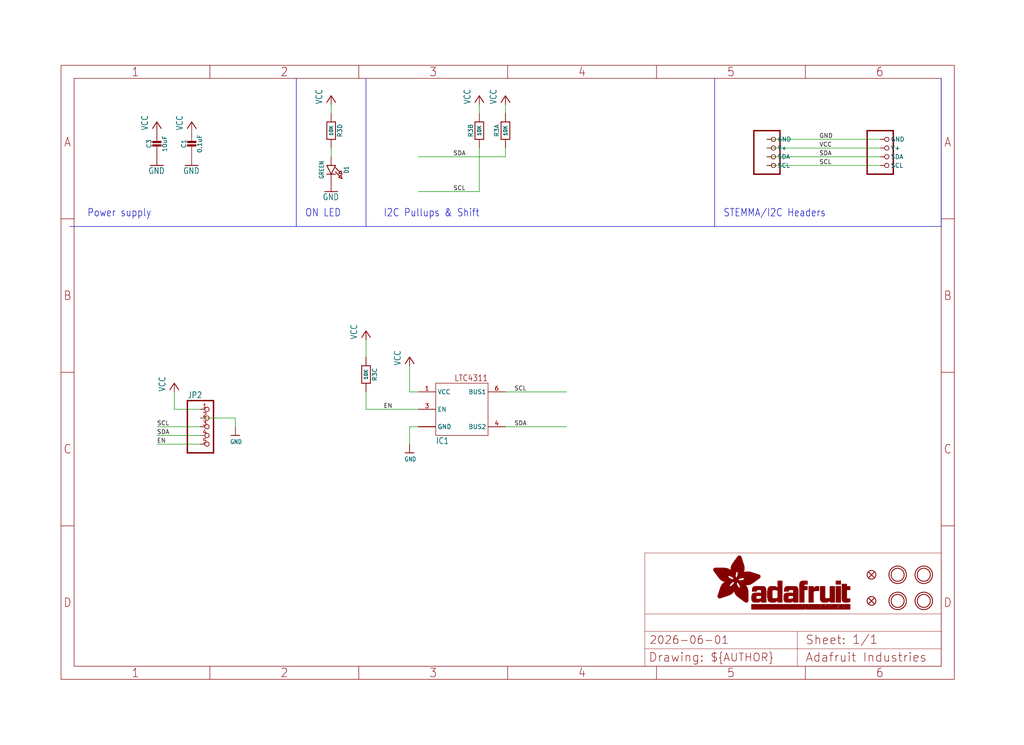
<source format=kicad_sch>
(kicad_sch (version 20230121) (generator eeschema)
  (paper "User" 298.45 217.322)
  (lib_symbols
    (symbol "working-eagle-import:CAP_CERAMIC0603_NO"
      (property "Reference" "C" (at -2.29 1.25 90))
      (symbol "CAP_CERAMIC0603_NO_1_0"
        (pin passive line (at 0 5.08 270) (length 2.54) (name "1") (number "1"))
        (pin passive line (at 0 -2.54 90) (length 2.54) (name "2") (number "2"))
      )
    )
    (symbol "working-eagle-import:CAP_CERAMIC0805-NOOUTLINE"
      (property "Reference" "C" (at -2.29 1.25 90))
      (symbol "CAP_CERAMIC0805-NOOUTLINE_1_0"
        (pin passive line (at 0 5.08 270) (length 2.54) (name "1") (number "1"))
        (pin passive line (at 0 -2.54 90) (length 2.54) (name "2") (number "2"))
      )
    )
    (symbol "working-eagle-import:FIDUCIAL_1MM")
    (symbol "working-eagle-import:FRAME_A4_ADAFRUIT"
      (symbol "FRAME_A4_ADAFRUIT_1_0"
        (text "${#}/${##}" (at 230.505 10.16 0) (effects (font (size 2.54 2.54)) (justify left bottom)))
        (text "${AUTHOR}" (at 189.23 5.08 0) (effects (font (size 2.286 2.286)) (justify left bottom)))
        (text "${CURRENT_DATE}" (at 171.45 10.16 0) (effects (font (size 2.286 2.286)) (justify left bottom)))
        (text "${PROJECTNAME}" (at 171.45 15.24 0) (effects (font (size 2.54 2.54)) (justify left bottom)))
        (text "1" (at 21.6958 1.905 0) (effects (font (size 2.54 2.286))))
        (text "1" (at 21.6958 177.165 0) (effects (font (size 2.54 2.286))))
        (text "2" (at 65.0875 1.905 0) (effects (font (size 2.54 2.286))))
        (text "2" (at 65.0875 177.165 0) (effects (font (size 2.54 2.286))))
        (text "3" (at 108.4792 1.905 0) (effects (font (size 2.54 2.286))))
        (text "3" (at 108.4792 177.165 0) (effects (font (size 2.54 2.286))))
        (text "4" (at 151.8708 1.905 0) (effects (font (size 2.54 2.286))))
        (text "4" (at 151.8708 177.165 0) (effects (font (size 2.54 2.286))))
        (text "5" (at 195.2625 1.905 0) (effects (font (size 2.54 2.286))))
        (text "5" (at 195.2625 177.165 0) (effects (font (size 2.54 2.286))))
        (text "6" (at 238.6542 1.905 0) (effects (font (size 2.54 2.286))))
        (text "6" (at 238.6542 177.165 0) (effects (font (size 2.54 2.286))))
        (text "A" (at 1.905 156.6863 0) (effects (font (size 2.54 2.286))))
        (text "A" (at 258.445 156.6863 0) (effects (font (size 2.54 2.286))))
        (text "Adafruit Industries" (at 216.916 4.953 0) (effects (font (size 2.54 2.54)) (justify left bottom)))
        (text "B" (at 1.905 111.9188 0) (effects (font (size 2.54 2.286))))
        (text "B" (at 258.445 111.9188 0) (effects (font (size 2.54 2.286))))
        (text "C" (at 1.905 67.1513 0) (effects (font (size 2.54 2.286))))
        (text "C" (at 258.445 67.1513 0) (effects (font (size 2.54 2.286))))
        (text "D" (at 1.905 22.3838 0) (effects (font (size 2.54 2.286))))
        (text "D" (at 258.445 22.3838 0) (effects (font (size 2.54 2.286))))
        (text "Drawing:" (at 171.196 4.953 0) (effects (font (size 2.54 2.54)) (justify left bottom)))
        (text "Sheet:" (at 216.916 10.033 0) (effects (font (size 2.54 2.54)) (justify left bottom)))
      )
    )
    (symbol "working-eagle-import:GND" (power)
      (property "Value" "GND" (at -1.524 -2.54 0))
      (symbol "GND_1_0"
        (pin power_in line (at 0 2.54 270) (length 2.54) (name "GND") (number "1"))
      )
    )
    (symbol "working-eagle-import:HEADER-1X570MIL"
      (property "Reference" "JP" (at -6.35 8.255 0))
      (symbol "HEADER-1X570MIL_1_0"
        (pin passive inverted (at -2.54 5.08 0) (length 2.54) (name "1") (number "1"))
        (pin passive inverted (at -2.54 2.54 0) (length 2.54) (name "2") (number "2"))
        (pin passive inverted (at -2.54 0 0) (length 2.54) (name "3") (number "3"))
        (pin passive inverted (at -2.54 -2.54 0) (length 2.54) (name "4") (number "4"))
        (pin passive inverted (at -2.54 -5.08 0) (length 2.54) (name "5") (number "5"))
      )
    )
    (symbol "working-eagle-import:LED0603_NOOUTLINE"
      (property "Reference" "D" (at -1.27 4.445 0))
      (symbol "LED0603_NOOUTLINE_1_0"
        (pin passive line (at -5.08 0 0) (length 2.54) (name "A") (number "A"))
        (pin passive line (at 2.54 0 180) (length 2.54) (name "C") (number "C"))
      )
    )
    (symbol "working-eagle-import:LTC4311_SC70"
      (property "Reference" "IC" (at -7.62 -10.16 0))
      (symbol "LTC4311_SC70_1_0"
        (text "LTC4311" (at 7.62 10.16 0) (effects (font (size 1.778 1.5113)) (justify right top)))
        (pin power_in line (at -12.7 5.08 0) (length 5.08) (name "VCC") (number "1"))
        (pin power_in line (at -12.7 -5.08 0) (length 5.08) (name "GND") (number "2"))
        (pin input line (at -12.7 0 0) (length 5.08) (name "EN") (number "3"))
        (pin bidirectional line (at 12.7 -5.08 180) (length 5.08) (name "BUS2") (number "4"))
        (pin power_in line (at -12.7 -5.08 0) (length 5.08) (name "GND") (number "5"))
        (pin bidirectional line (at 12.7 5.08 180) (length 5.08) (name "BUS1") (number "6"))
      )
    )
    (symbol "working-eagle-import:MOUNTINGHOLE2.5")
    (symbol "working-eagle-import:RESISTOR_4PACK"
      (property "Reference" "R" (at 0 2.54 0))
      (symbol "RESISTOR_4PACK_1_0"
        (pin passive line (at -5.08 0 0) (length 2.54) (name "1") (number "1"))
        (pin passive line (at 5.08 0 180) (length 2.54) (name "2") (number "8"))
      )
      (symbol "RESISTOR_4PACK_2_0"
        (pin passive line (at -5.08 0 0) (length 2.54) (name "1") (number "2"))
        (pin passive line (at 5.08 0 180) (length 2.54) (name "2") (number "7"))
      )
      (symbol "RESISTOR_4PACK_3_0"
        (pin passive line (at -5.08 0 0) (length 2.54) (name "1") (number "3"))
        (pin passive line (at 5.08 0 180) (length 2.54) (name "2") (number "6"))
      )
      (symbol "RESISTOR_4PACK_4_0"
        (pin passive line (at -5.08 0 0) (length 2.54) (name "1") (number "4"))
        (pin passive line (at 5.08 0 180) (length 2.54) (name "2") (number "5"))
      )
    )
    (symbol "working-eagle-import:STEMMA_I2C_QT"
      (symbol "STEMMA_I2C_QT_1_0"
        (pin passive inverted (at 0 5.08 0) (length 2.54) (name "GND") (number "1"))
        (pin passive inverted (at 0 2.54 0) (length 2.54) (name "V+") (number "2"))
        (pin passive inverted (at 0 0 0) (length 2.54) (name "SDA") (number "3"))
        (pin passive inverted (at 0 -2.54 0) (length 2.54) (name "SCL") (number "4"))
      )
      (symbol "STEMMA_I2C_QT_2_0"
        (pin bidirectional line (at 0 0 0) (length 5.08) (name "MT") (number "MT1"))
      )
      (symbol "STEMMA_I2C_QT_3_0"
        (pin bidirectional line (at 0 0 0) (length 5.08) (name "MT") (number "MT2"))
      )
    )
    (symbol "working-eagle-import:VCC" (power)
      (property "Value" "VCC" (at -2.54 -2.54 90))
      (symbol "VCC_1_0"
        (pin power_in line (at 0 -2.54 90) (length 2.54) (name "VCC") (number "1"))
      )
    )
    (symbol "working-eagle-import:supply1_GND" (power)
      (property "Value" "supply1_GND" (at -2.54 -2.54 0))
      (symbol "supply1_GND_1_0"
        (pin power_in line (at 0 2.54 270) (length 2.54) (name "GND") (number "1"))
      )
    )
  )
  (wire (pts (xy 58.42 124.46) (xy 45.72 124.46)) (stroke (width 0.1524)))
  (wire (pts (xy 256.54 40.64) (xy 223.52 40.64)) (stroke (width 0.1524)))
  (wire (pts (xy 106.68 119.38) (xy 106.68 114.3)) (stroke (width 0.1524)))
  (polyline (pts (xy 208.28 22.86) (xy 208.28 66.04)) (stroke (width 0.1524) (type solid)))
  (polyline (pts (xy 106.68 22.86) (xy 106.68 66.04)) (stroke (width 0.1524) (type solid)))
  (wire (pts (xy 96.52 30.48) (xy 96.52 33.02)) (stroke (width 0.1524)))
  (wire (pts (xy 223.52 43.18) (xy 256.54 43.18)) (stroke (width 0.1524)))
  (polyline (pts (xy 86.36 22.86) (xy 86.36 66.04)) (stroke (width 0.1524) (type solid)))
  (wire (pts (xy 119.38 114.3) (xy 119.38 106.68)) (stroke (width 0.1524)))
  (wire (pts (xy 139.7 30.48) (xy 139.7 33.02)) (stroke (width 0.1524)))
  (polyline (pts (xy 86.36 66.04) (xy 106.68 66.04)) (stroke (width 0.1524) (type solid)))
  (polyline (pts (xy 208.28 66.04) (xy 274.32 66.04)) (stroke (width 0.1524) (type solid)))
  (wire (pts (xy 58.42 121.92) (xy 68.58 121.92)) (stroke (width 0.1524)))
  (wire (pts (xy 147.32 114.3) (xy 165.1 114.3)) (stroke (width 0.1524)))
  (polyline (pts (xy 274.32 22.86) (xy 274.32 66.04)) (stroke (width 0.1524) (type solid)))
  (wire (pts (xy 147.32 124.46) (xy 165.1 124.46)) (stroke (width 0.1524)))
  (wire (pts (xy 147.32 43.18) (xy 147.32 45.72)) (stroke (width 0.1524)))
  (wire (pts (xy 58.42 127) (xy 45.72 127)) (stroke (width 0.1524)))
  (wire (pts (xy 147.32 33.02) (xy 147.32 30.48)) (stroke (width 0.1524)))
  (wire (pts (xy 50.8 119.38) (xy 50.8 114.3)) (stroke (width 0.1524)))
  (polyline (pts (xy 106.68 66.04) (xy 208.28 66.04)) (stroke (width 0.1524) (type solid)))
  (polyline (pts (xy 20.32 66.04) (xy 86.36 66.04)) (stroke (width 0.1524) (type solid)))
  (wire (pts (xy 139.7 43.18) (xy 139.7 55.88)) (stroke (width 0.1524)))
  (wire (pts (xy 58.42 129.54) (xy 45.72 129.54)) (stroke (width 0.1524)))
  (wire (pts (xy 121.92 114.3) (xy 119.38 114.3)) (stroke (width 0.1524)))
  (wire (pts (xy 106.68 99.06) (xy 106.68 104.14)) (stroke (width 0.1524)))
  (wire (pts (xy 121.92 124.46) (xy 119.38 124.46)) (stroke (width 0.1524)))
  (wire (pts (xy 256.54 45.72) (xy 223.52 45.72)) (stroke (width 0.1524)))
  (wire (pts (xy 96.52 43.18) (xy 96.52 45.72)) (stroke (width 0.1524)))
  (wire (pts (xy 223.52 48.26) (xy 256.54 48.26)) (stroke (width 0.1524)))
  (wire (pts (xy 139.7 55.88) (xy 121.92 55.88)) (stroke (width 0.1524)))
  (wire (pts (xy 121.92 119.38) (xy 106.68 119.38)) (stroke (width 0.1524)))
  (wire (pts (xy 68.58 121.92) (xy 68.58 124.46)) (stroke (width 0.1524)))
  (wire (pts (xy 147.32 45.72) (xy 121.92 45.72)) (stroke (width 0.1524)))
  (wire (pts (xy 58.42 119.38) (xy 50.8 119.38)) (stroke (width 0.1524)))
  (wire (pts (xy 119.38 124.46) (xy 119.38 129.54)) (stroke (width 0.1524)))
  (text "STEMMA/I2C Headers" (at 210.82 63.5 0) (effects (font (size 2.1844 1.8567)) (justify left bottom)))
  (text "I2C Pullups & Shift" (at 111.76 63.5 0) (effects (font (size 2.1844 1.8567)) (justify left bottom)))
  (text "Power supply" (at 25.4 63.5 0) (effects (font (size 2.1844 1.8567)) (justify left bottom)))
  (text "ON LED" (at 88.9 63.5 0) (effects (font (size 2.1844 1.8567)) (justify left bottom)))
  (label "SCL" (at 45.72 124.46 0) (effects (font (size 1.2446 1.2446))))
  (label "EN" (at 111.76 119.38 0) (effects (font (size 1.2446 1.2446))))
  (label "SDA" (at 45.72 127 0) (effects (font (size 1.2446 1.2446))))
  (label "SDA" (at 149.86 124.46 0) (effects (font (size 1.2446 1.2446))))
  (label "VCC" (at 238.76 43.18 0) (effects (font (size 1.2446 1.2446))))
  (label "GND" (at 238.76 40.64 0) (effects (font (size 1.2446 1.2446))))
  (label "SDA" (at 132.08 45.72 0) (effects (font (size 1.2446 1.2446))))
  (label "SCL" (at 149.86 114.3 0) (effects (font (size 1.2446 1.2446))))
  (label "SDA" (at 238.76 45.72 0) (effects (font (size 1.2446 1.2446))))
  (label "SCL" (at 238.76 48.26 0) (effects (font (size 1.2446 1.2446))))
  (label "EN" (at 45.72 129.54 0) (effects (font (size 1.2446 1.2446))))
  (label "SCL" (at 132.08 55.88 0) (effects (font (size 1.2446 1.2446))))
  (symbol (lib_id "working-eagle-import:VCC") (at 96.52 27.94 0) (unit 1)
    (property "Reference" "#P+3" (effects hide))
    (property "Value" "VCC" (at 93.98 30.48 90) (effects (font (size 1.778 1.5113)) (justify left bottom)))
  )
  (symbol (lib_id "working-eagle-import:MOUNTINGHOLE2.5") (at 261.62 167.64 0) (unit 1)
    (property "Reference" "U$17" (effects hide))
    (property "Value" "MOUNTINGHOLE2.5" (effects hide))
    (property "Footprint" "working:MOUNTINGHOLE_2.5_PLATED" (effects hide))
  )
  (symbol (lib_id "working-eagle-import:LED0603_NOOUTLINE") (at 96.52 50.8 270) (unit 1)
    (property "Reference" "D1" (at 100.965 49.53 0) (effects (font (size 1.27 1.0795))))
    (property "Value" "GREEN" (at 93.726 49.53 0) (effects (font (size 1.27 1.0795))))
    (property "Footprint" "working:CHIPLED_0603_NOOUTLINE" (effects hide))
  )
  (symbol (lib_id "working-eagle-import:supply1_GND") (at 55.88 48.26 0) (unit 1)
    (property "Reference" "#GND2" (effects hide))
    (property "Value" "GND" (at 53.34 50.8 0) (effects (font (size 1.778 1.5113)) (justify left bottom)))
  )
  (symbol (lib_id "working-eagle-import:VCC") (at 147.32 27.94 0) (unit 1)
    (property "Reference" "#P+2" (effects hide))
    (property "Value" "VCC" (at 144.78 30.48 90) (effects (font (size 1.778 1.5113)) (justify left bottom)))
  )
  (symbol (lib_id "working-eagle-import:MOUNTINGHOLE2.5") (at 269.24 167.64 0) (unit 1)
    (property "Reference" "U$19" (effects hide))
    (property "Value" "MOUNTINGHOLE2.5" (effects hide))
    (property "Footprint" "working:MOUNTINGHOLE_2.5_PLATED" (effects hide))
  )
  (symbol (lib_id "working-eagle-import:RESISTOR_4PACK") (at 106.68 109.22 270) (unit 3)
    (property "Reference" "R3" (at 109.22 109.22 0))
    (property "Value" "10K" (at 106.68 109.22 0) (effects (font (size 1.016 1.016) bold)))
    (property "Footprint" "working:RESPACK_4X0603" (effects hide))
  )
  (symbol (lib_id "working-eagle-import:VCC") (at 55.88 35.56 0) (unit 1)
    (property "Reference" "#P+5" (effects hide))
    (property "Value" "VCC" (at 53.34 38.1 90) (effects (font (size 1.778 1.5113)) (justify left bottom)))
  )
  (symbol (lib_id "working-eagle-import:supply1_GND") (at 96.52 55.88 0) (unit 1)
    (property "Reference" "#GND6" (effects hide))
    (property "Value" "GND" (at 93.98 58.42 0) (effects (font (size 1.778 1.5113)) (justify left bottom)))
  )
  (symbol (lib_id "working-eagle-import:FIDUCIAL_1MM") (at 254 167.64 0) (unit 1)
    (property "Reference" "FID4" (effects hide))
    (property "Value" "FIDUCIAL_1MM" (effects hide))
    (property "Footprint" "working:FIDUCIAL_1MM" (effects hide))
  )
  (symbol (lib_id "working-eagle-import:VCC") (at 106.68 96.52 0) (unit 1)
    (property "Reference" "#P+8" (effects hide))
    (property "Value" "VCC" (at 104.14 99.06 90) (effects (font (size 1.778 1.5113)) (justify left bottom)))
  )
  (symbol (lib_id "working-eagle-import:RESISTOR_4PACK") (at 96.52 38.1 270) (unit 4)
    (property "Reference" "R3" (at 99.06 38.1 0))
    (property "Value" "10K" (at 96.52 38.1 0) (effects (font (size 1.016 1.016) bold)))
    (property "Footprint" "working:RESPACK_4X0603" (effects hide))
  )
  (symbol (lib_id "working-eagle-import:VCC") (at 50.8 111.76 0) (unit 1)
    (property "Reference" "#P+4" (effects hide))
    (property "Value" "VCC" (at 48.26 114.3 90) (effects (font (size 1.778 1.5113)) (justify left bottom)))
  )
  (symbol (lib_id "working-eagle-import:RESISTOR_4PACK") (at 147.32 38.1 90) (unit 1)
    (property "Reference" "R3" (at 144.78 38.1 0))
    (property "Value" "10K" (at 147.32 38.1 0) (effects (font (size 1.016 1.016) bold)))
    (property "Footprint" "working:RESPACK_4X0603" (effects hide))
  )
  (symbol (lib_id "working-eagle-import:FIDUCIAL_1MM") (at 254 175.26 0) (unit 1)
    (property "Reference" "FID3" (effects hide))
    (property "Value" "FIDUCIAL_1MM" (effects hide))
    (property "Footprint" "working:FIDUCIAL_1MM" (effects hide))
  )
  (symbol (lib_id "working-eagle-import:GND") (at 68.58 127 0) (unit 1)
    (property "Reference" "#U$10" (effects hide))
    (property "Value" "GND" (at 67.056 129.54 0) (effects (font (size 1.27 1.0795)) (justify left bottom)))
  )
  (symbol (lib_id "working-eagle-import:LTC4311_SC70") (at 134.62 119.38 0) (unit 1)
    (property "Reference" "IC1" (at 127 129.54 0) (effects (font (size 1.778 1.5113)) (justify left bottom)))
    (property "Value" "LTC4311_SC70" (effects hide))
    (property "Footprint" "working:SC70-6L" (effects hide))
  )
  (symbol (lib_id "working-eagle-import:VCC") (at 119.38 104.14 0) (unit 1)
    (property "Reference" "#P+7" (effects hide))
    (property "Value" "VCC" (at 116.84 106.68 90) (effects (font (size 1.778 1.5113)) (justify left bottom)))
  )
  (symbol (lib_id "working-eagle-import:RESISTOR_4PACK") (at 139.7 38.1 90) (unit 2)
    (property "Reference" "R3" (at 137.16 38.1 0))
    (property "Value" "10K" (at 139.7 38.1 0) (effects (font (size 1.016 1.016) bold)))
    (property "Footprint" "working:RESPACK_4X0603" (effects hide))
  )
  (symbol (lib_id "working-eagle-import:STEMMA_I2C_QT") (at 256.54 45.72 0) (unit 1)
    (property "Reference" "CONN4" (effects hide))
    (property "Value" "STEMMA_I2C_QT" (effects hide))
    (property "Footprint" "working:JST_SH4" (effects hide))
  )
  (symbol (lib_id "working-eagle-import:VCC") (at 45.72 35.56 0) (unit 1)
    (property "Reference" "#P+6" (effects hide))
    (property "Value" "VCC" (at 43.18 38.1 90) (effects (font (size 1.778 1.5113)) (justify left bottom)))
  )
  (symbol (lib_id "working-eagle-import:CAP_CERAMIC0805-NOOUTLINE") (at 45.72 43.18 0) (unit 1)
    (property "Reference" "C3" (at 43.43 41.93 90))
    (property "Value" "10uF" (at 48.02 41.93 90))
    (property "Footprint" "working:0805-NO" (effects hide))
  )
  (symbol (lib_id "working-eagle-import:CAP_CERAMIC0603_NO") (at 55.88 43.18 0) (unit 1)
    (property "Reference" "C1" (at 53.59 41.93 90))
    (property "Value" "0.1uF" (at 58.18 41.93 90))
    (property "Footprint" "working:0603-NO" (effects hide))
  )
  (symbol (lib_id "working-eagle-import:MOUNTINGHOLE2.5") (at 269.24 175.26 0) (unit 1)
    (property "Reference" "U$21" (effects hide))
    (property "Value" "MOUNTINGHOLE2.5" (effects hide))
    (property "Footprint" "working:MOUNTINGHOLE_2.5_PLATED" (effects hide))
  )
  (symbol (lib_id "working-eagle-import:VCC") (at 139.7 27.94 0) (unit 1)
    (property "Reference" "#P+1" (effects hide))
    (property "Value" "VCC" (at 137.16 30.48 90) (effects (font (size 1.778 1.5113)) (justify left bottom)))
  )
  (symbol (lib_id "working-eagle-import:supply1_GND") (at 45.72 48.26 0) (unit 1)
    (property "Reference" "#GND1" (effects hide))
    (property "Value" "GND" (at 43.18 50.8 0) (effects (font (size 1.778 1.5113)) (justify left bottom)))
  )
  (symbol (lib_id "working-eagle-import:HEADER-1X570MIL") (at 60.96 124.46 0) (unit 1)
    (property "Reference" "JP2" (at 54.61 116.205 0) (effects (font (size 1.778 1.5113)) (justify left bottom)))
    (property "Value" "HEADER-1X570MIL" (effects hide))
    (property "Footprint" "working:1X05_ROUND_70" (effects hide))
  )
  (symbol (lib_id "working-eagle-import:GND") (at 119.38 132.08 0) (unit 1)
    (property "Reference" "#U$3" (effects hide))
    (property "Value" "GND" (at 117.856 134.62 0) (effects (font (size 1.27 1.0795)) (justify left bottom)))
  )
  (symbol (lib_id "working-eagle-import:STEMMA_I2C_QT") (at 223.52 45.72 0) (unit 1)
    (property "Reference" "CONN3" (effects hide))
    (property "Value" "STEMMA_I2C_QT" (effects hide))
    (property "Footprint" "working:JST_SH4" (effects hide))
  )
  (symbol (lib_id "working-eagle-import:MOUNTINGHOLE2.5") (at 261.62 175.26 0) (unit 1)
    (property "Reference" "U$1" (effects hide))
    (property "Value" "MOUNTINGHOLE2.5" (effects hide))
    (property "Footprint" "working:MOUNTINGHOLE_2.5_PLATED" (effects hide))
  )
  (symbol (lib_id "working-eagle-import:FRAME_A4_ADAFRUIT") (at 17.78 198.12 0) (unit 1)
    (property "Reference" "#U$18" (effects hide))
    (property "Value" "FRAME_A4_ADAFRUIT" (effects hide))
  )
)
</source>
